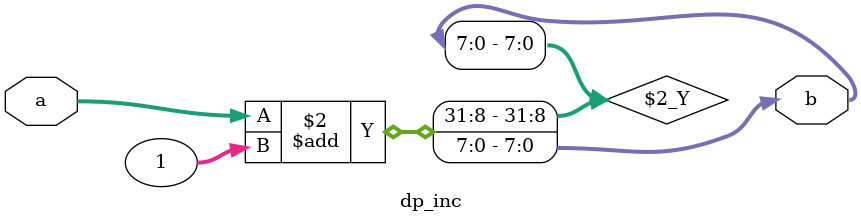
<source format=v>
`timescale 1ns / 1ps
module dp_inc(a,b);
parameter  datawidth = 8;
input [datawidth-1:0] a;
output reg [datawidth-1:0] b;

always@(a) begin
	b<=a+1;
end


endmodule

</source>
